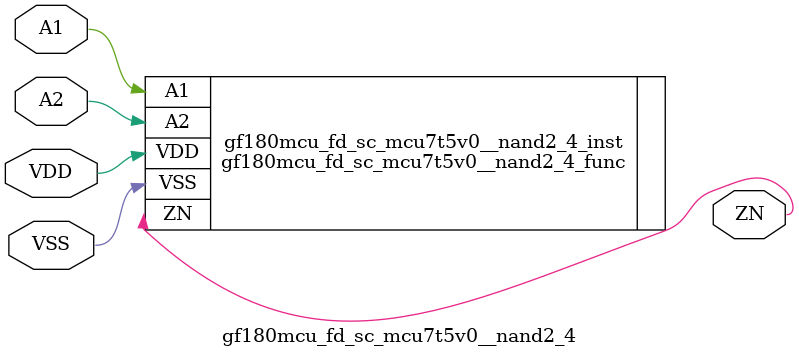
<source format=v>

module gf180mcu_fd_sc_mcu7t5v0__nand2_4( A1, A2, ZN, VDD, VSS );
input A1, A2;
inout VDD, VSS;
output ZN;

   `ifdef FUNCTIONAL  //  functional //

	gf180mcu_fd_sc_mcu7t5v0__nand2_4_func gf180mcu_fd_sc_mcu7t5v0__nand2_4_behav_inst(.A1(A1),.A2(A2),.ZN(ZN),.VDD(VDD),.VSS(VSS));

   `else

	gf180mcu_fd_sc_mcu7t5v0__nand2_4_func gf180mcu_fd_sc_mcu7t5v0__nand2_4_inst(.A1(A1),.A2(A2),.ZN(ZN),.VDD(VDD),.VSS(VSS));

	// spec_gates_begin


	// spec_gates_end



   specify

	// specify_block_begin

	// comb arc A1 --> ZN
	 (A1 => ZN) = (1.0,1.0);

	// comb arc A2 --> ZN
	 (A2 => ZN) = (1.0,1.0);

	// specify_block_end

   endspecify

   `endif

endmodule

</source>
